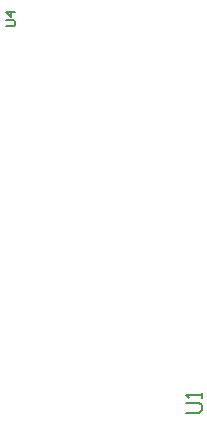
<source format=gm1>
G04*
G04 #@! TF.GenerationSoftware,Altium Limited,Altium Designer,20.0.13 (296)*
G04*
G04 Layer_Color=16711935*
%FSLAX25Y25*%
%MOIN*%
G70*
G01*
G75*
%ADD15C,0.00591*%
D15*
X737541Y195256D02*
X741805D01*
X742658Y196109D01*
Y197814D01*
X741805Y198667D01*
X737541D01*
X742658Y200372D02*
Y202078D01*
Y201225D01*
X737541D01*
X738394Y200372D01*
X677363Y324114D02*
X679987D01*
X680512Y324639D01*
Y325689D01*
X679987Y326213D01*
X677363D01*
X680512Y328837D02*
X677363D01*
X678937Y327263D01*
Y329362D01*
M02*

</source>
